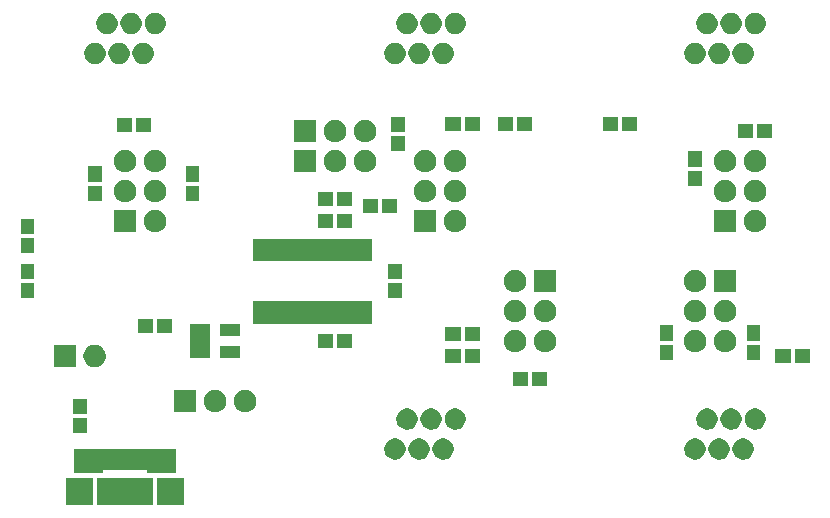
<source format=gbr>
G04 #@! TF.FileFunction,Soldermask,Top*
%FSLAX46Y46*%
G04 Gerber Fmt 4.6, Leading zero omitted, Abs format (unit mm)*
G04 Created by KiCad (PCBNEW 4.0.4-stable) date 01/17/17 23:29:47*
%MOMM*%
%LPD*%
G01*
G04 APERTURE LIST*
%ADD10C,0.150000*%
G04 APERTURE END LIST*
D10*
G36*
X10000000Y-46870000D02*
X7700000Y-46870000D01*
X7700000Y-44570000D01*
X10000000Y-44570000D01*
X10000000Y-46870000D01*
X10000000Y-46870000D01*
G37*
G36*
X15050000Y-46870000D02*
X10350000Y-46870000D01*
X10350000Y-44570000D01*
X15050000Y-44570000D01*
X15050000Y-46870000D01*
X15050000Y-46870000D01*
G37*
G36*
X17700000Y-46870000D02*
X15400000Y-46870000D01*
X15400000Y-44570000D01*
X17700000Y-44570000D01*
X17700000Y-46870000D01*
X17700000Y-46870000D01*
G37*
G36*
X17050000Y-44170000D02*
X14550000Y-44170000D01*
X14550000Y-44020000D01*
X14546041Y-43992141D01*
X14534477Y-43966487D01*
X14516224Y-43945071D01*
X14492728Y-43929588D01*
X14465848Y-43921264D01*
X14450000Y-43920000D01*
X10950000Y-43920000D01*
X10922141Y-43923959D01*
X10896487Y-43935523D01*
X10875071Y-43953776D01*
X10859588Y-43977272D01*
X10851264Y-44004152D01*
X10850000Y-44020000D01*
X10850000Y-44170000D01*
X8350000Y-44170000D01*
X8350000Y-42170000D01*
X17050000Y-42170000D01*
X17050000Y-44170000D01*
X17050000Y-44170000D01*
G37*
G36*
X39724531Y-41250596D02*
X39897429Y-41286086D01*
X40060135Y-41354481D01*
X40206462Y-41453180D01*
X40330828Y-41578417D01*
X40428500Y-41725427D01*
X40495761Y-41888612D01*
X40529906Y-42061061D01*
X40529906Y-42061077D01*
X40530039Y-42061750D01*
X40527224Y-42263346D01*
X40527073Y-42264009D01*
X40527073Y-42264033D01*
X40488125Y-42435462D01*
X40416337Y-42596698D01*
X40314594Y-42740929D01*
X40186779Y-42862645D01*
X40037754Y-42957219D01*
X39873204Y-43021044D01*
X39699380Y-43051694D01*
X39522919Y-43047997D01*
X39350538Y-43010098D01*
X39188800Y-42939436D01*
X39043868Y-42838705D01*
X38921260Y-42711742D01*
X38825648Y-42563380D01*
X38760674Y-42399274D01*
X38728812Y-42225674D01*
X38731276Y-42049195D01*
X38767973Y-41876550D01*
X38837505Y-41714319D01*
X38937222Y-41568688D01*
X39063325Y-41445198D01*
X39211012Y-41348554D01*
X39374659Y-41282436D01*
X39548035Y-41249363D01*
X39724531Y-41250596D01*
X39724531Y-41250596D01*
G37*
G36*
X35644531Y-41250596D02*
X35817429Y-41286086D01*
X35980135Y-41354481D01*
X36126462Y-41453180D01*
X36250828Y-41578417D01*
X36348500Y-41725427D01*
X36415761Y-41888612D01*
X36449906Y-42061061D01*
X36449906Y-42061077D01*
X36450039Y-42061750D01*
X36447224Y-42263346D01*
X36447073Y-42264009D01*
X36447073Y-42264033D01*
X36408125Y-42435462D01*
X36336337Y-42596698D01*
X36234594Y-42740929D01*
X36106779Y-42862645D01*
X35957754Y-42957219D01*
X35793204Y-43021044D01*
X35619380Y-43051694D01*
X35442919Y-43047997D01*
X35270538Y-43010098D01*
X35108800Y-42939436D01*
X34963868Y-42838705D01*
X34841260Y-42711742D01*
X34745648Y-42563380D01*
X34680674Y-42399274D01*
X34648812Y-42225674D01*
X34651276Y-42049195D01*
X34687973Y-41876550D01*
X34757505Y-41714319D01*
X34857222Y-41568688D01*
X34983325Y-41445198D01*
X35131012Y-41348554D01*
X35294659Y-41282436D01*
X35468035Y-41249363D01*
X35644531Y-41250596D01*
X35644531Y-41250596D01*
G37*
G36*
X65124531Y-41250596D02*
X65297429Y-41286086D01*
X65460135Y-41354481D01*
X65606462Y-41453180D01*
X65730828Y-41578417D01*
X65828500Y-41725427D01*
X65895761Y-41888612D01*
X65929906Y-42061061D01*
X65929906Y-42061077D01*
X65930039Y-42061750D01*
X65927224Y-42263346D01*
X65927073Y-42264009D01*
X65927073Y-42264033D01*
X65888125Y-42435462D01*
X65816337Y-42596698D01*
X65714594Y-42740929D01*
X65586779Y-42862645D01*
X65437754Y-42957219D01*
X65273204Y-43021044D01*
X65099380Y-43051694D01*
X64922919Y-43047997D01*
X64750538Y-43010098D01*
X64588800Y-42939436D01*
X64443868Y-42838705D01*
X64321260Y-42711742D01*
X64225648Y-42563380D01*
X64160674Y-42399274D01*
X64128812Y-42225674D01*
X64131276Y-42049195D01*
X64167973Y-41876550D01*
X64237505Y-41714319D01*
X64337222Y-41568688D01*
X64463325Y-41445198D01*
X64611012Y-41348554D01*
X64774659Y-41282436D01*
X64948035Y-41249363D01*
X65124531Y-41250596D01*
X65124531Y-41250596D01*
G37*
G36*
X63084531Y-41250596D02*
X63257429Y-41286086D01*
X63420135Y-41354481D01*
X63566462Y-41453180D01*
X63690828Y-41578417D01*
X63788500Y-41725427D01*
X63855761Y-41888612D01*
X63889906Y-42061061D01*
X63889906Y-42061077D01*
X63890039Y-42061750D01*
X63887224Y-42263346D01*
X63887073Y-42264009D01*
X63887073Y-42264033D01*
X63848125Y-42435462D01*
X63776337Y-42596698D01*
X63674594Y-42740929D01*
X63546779Y-42862645D01*
X63397754Y-42957219D01*
X63233204Y-43021044D01*
X63059380Y-43051694D01*
X62882919Y-43047997D01*
X62710538Y-43010098D01*
X62548800Y-42939436D01*
X62403868Y-42838705D01*
X62281260Y-42711742D01*
X62185648Y-42563380D01*
X62120674Y-42399274D01*
X62088812Y-42225674D01*
X62091276Y-42049195D01*
X62127973Y-41876550D01*
X62197505Y-41714319D01*
X62297222Y-41568688D01*
X62423325Y-41445198D01*
X62571012Y-41348554D01*
X62734659Y-41282436D01*
X62908035Y-41249363D01*
X63084531Y-41250596D01*
X63084531Y-41250596D01*
G37*
G36*
X61044531Y-41250596D02*
X61217429Y-41286086D01*
X61380135Y-41354481D01*
X61526462Y-41453180D01*
X61650828Y-41578417D01*
X61748500Y-41725427D01*
X61815761Y-41888612D01*
X61849906Y-42061061D01*
X61849906Y-42061077D01*
X61850039Y-42061750D01*
X61847224Y-42263346D01*
X61847073Y-42264009D01*
X61847073Y-42264033D01*
X61808125Y-42435462D01*
X61736337Y-42596698D01*
X61634594Y-42740929D01*
X61506779Y-42862645D01*
X61357754Y-42957219D01*
X61193204Y-43021044D01*
X61019380Y-43051694D01*
X60842919Y-43047997D01*
X60670538Y-43010098D01*
X60508800Y-42939436D01*
X60363868Y-42838705D01*
X60241260Y-42711742D01*
X60145648Y-42563380D01*
X60080674Y-42399274D01*
X60048812Y-42225674D01*
X60051276Y-42049195D01*
X60087973Y-41876550D01*
X60157505Y-41714319D01*
X60257222Y-41568688D01*
X60383325Y-41445198D01*
X60531012Y-41348554D01*
X60694659Y-41282436D01*
X60868035Y-41249363D01*
X61044531Y-41250596D01*
X61044531Y-41250596D01*
G37*
G36*
X37684531Y-41250596D02*
X37857429Y-41286086D01*
X38020135Y-41354481D01*
X38166462Y-41453180D01*
X38290828Y-41578417D01*
X38388500Y-41725427D01*
X38455761Y-41888612D01*
X38489906Y-42061061D01*
X38489906Y-42061077D01*
X38490039Y-42061750D01*
X38487224Y-42263346D01*
X38487073Y-42264009D01*
X38487073Y-42264033D01*
X38448125Y-42435462D01*
X38376337Y-42596698D01*
X38274594Y-42740929D01*
X38146779Y-42862645D01*
X37997754Y-42957219D01*
X37833204Y-43021044D01*
X37659380Y-43051694D01*
X37482919Y-43047997D01*
X37310538Y-43010098D01*
X37148800Y-42939436D01*
X37003868Y-42838705D01*
X36881260Y-42711742D01*
X36785648Y-42563380D01*
X36720674Y-42399274D01*
X36688812Y-42225674D01*
X36691276Y-42049195D01*
X36727973Y-41876550D01*
X36797505Y-41714319D01*
X36897222Y-41568688D01*
X37023325Y-41445198D01*
X37171012Y-41348554D01*
X37334659Y-41282436D01*
X37508035Y-41249363D01*
X37684531Y-41250596D01*
X37684531Y-41250596D01*
G37*
G36*
X9471000Y-40827300D02*
X8309000Y-40827300D01*
X8309000Y-39538300D01*
X9471000Y-39538300D01*
X9471000Y-40827300D01*
X9471000Y-40827300D01*
G37*
G36*
X36664531Y-38710596D02*
X36837429Y-38746086D01*
X37000135Y-38814481D01*
X37146462Y-38913180D01*
X37270828Y-39038417D01*
X37368500Y-39185427D01*
X37435761Y-39348612D01*
X37469906Y-39521061D01*
X37469906Y-39521077D01*
X37470039Y-39521750D01*
X37467224Y-39723346D01*
X37467073Y-39724009D01*
X37467073Y-39724033D01*
X37428125Y-39895462D01*
X37356337Y-40056698D01*
X37254594Y-40200929D01*
X37126779Y-40322645D01*
X36977754Y-40417219D01*
X36813204Y-40481044D01*
X36639380Y-40511694D01*
X36462919Y-40507997D01*
X36290538Y-40470098D01*
X36128800Y-40399436D01*
X35983868Y-40298705D01*
X35861260Y-40171742D01*
X35765648Y-40023380D01*
X35700674Y-39859274D01*
X35668812Y-39685674D01*
X35671276Y-39509195D01*
X35707973Y-39336550D01*
X35777505Y-39174319D01*
X35877222Y-39028688D01*
X36003325Y-38905198D01*
X36151012Y-38808554D01*
X36314659Y-38742436D01*
X36488035Y-38709363D01*
X36664531Y-38710596D01*
X36664531Y-38710596D01*
G37*
G36*
X38704531Y-38710596D02*
X38877429Y-38746086D01*
X39040135Y-38814481D01*
X39186462Y-38913180D01*
X39310828Y-39038417D01*
X39408500Y-39185427D01*
X39475761Y-39348612D01*
X39509906Y-39521061D01*
X39509906Y-39521077D01*
X39510039Y-39521750D01*
X39507224Y-39723346D01*
X39507073Y-39724009D01*
X39507073Y-39724033D01*
X39468125Y-39895462D01*
X39396337Y-40056698D01*
X39294594Y-40200929D01*
X39166779Y-40322645D01*
X39017754Y-40417219D01*
X38853204Y-40481044D01*
X38679380Y-40511694D01*
X38502919Y-40507997D01*
X38330538Y-40470098D01*
X38168800Y-40399436D01*
X38023868Y-40298705D01*
X37901260Y-40171742D01*
X37805648Y-40023380D01*
X37740674Y-39859274D01*
X37708812Y-39685674D01*
X37711276Y-39509195D01*
X37747973Y-39336550D01*
X37817505Y-39174319D01*
X37917222Y-39028688D01*
X38043325Y-38905198D01*
X38191012Y-38808554D01*
X38354659Y-38742436D01*
X38528035Y-38709363D01*
X38704531Y-38710596D01*
X38704531Y-38710596D01*
G37*
G36*
X40744531Y-38710596D02*
X40917429Y-38746086D01*
X41080135Y-38814481D01*
X41226462Y-38913180D01*
X41350828Y-39038417D01*
X41448500Y-39185427D01*
X41515761Y-39348612D01*
X41549906Y-39521061D01*
X41549906Y-39521077D01*
X41550039Y-39521750D01*
X41547224Y-39723346D01*
X41547073Y-39724009D01*
X41547073Y-39724033D01*
X41508125Y-39895462D01*
X41436337Y-40056698D01*
X41334594Y-40200929D01*
X41206779Y-40322645D01*
X41057754Y-40417219D01*
X40893204Y-40481044D01*
X40719380Y-40511694D01*
X40542919Y-40507997D01*
X40370538Y-40470098D01*
X40208800Y-40399436D01*
X40063868Y-40298705D01*
X39941260Y-40171742D01*
X39845648Y-40023380D01*
X39780674Y-39859274D01*
X39748812Y-39685674D01*
X39751276Y-39509195D01*
X39787973Y-39336550D01*
X39857505Y-39174319D01*
X39957222Y-39028688D01*
X40083325Y-38905198D01*
X40231012Y-38808554D01*
X40394659Y-38742436D01*
X40568035Y-38709363D01*
X40744531Y-38710596D01*
X40744531Y-38710596D01*
G37*
G36*
X62064531Y-38710596D02*
X62237429Y-38746086D01*
X62400135Y-38814481D01*
X62546462Y-38913180D01*
X62670828Y-39038417D01*
X62768500Y-39185427D01*
X62835761Y-39348612D01*
X62869906Y-39521061D01*
X62869906Y-39521077D01*
X62870039Y-39521750D01*
X62867224Y-39723346D01*
X62867073Y-39724009D01*
X62867073Y-39724033D01*
X62828125Y-39895462D01*
X62756337Y-40056698D01*
X62654594Y-40200929D01*
X62526779Y-40322645D01*
X62377754Y-40417219D01*
X62213204Y-40481044D01*
X62039380Y-40511694D01*
X61862919Y-40507997D01*
X61690538Y-40470098D01*
X61528800Y-40399436D01*
X61383868Y-40298705D01*
X61261260Y-40171742D01*
X61165648Y-40023380D01*
X61100674Y-39859274D01*
X61068812Y-39685674D01*
X61071276Y-39509195D01*
X61107973Y-39336550D01*
X61177505Y-39174319D01*
X61277222Y-39028688D01*
X61403325Y-38905198D01*
X61551012Y-38808554D01*
X61714659Y-38742436D01*
X61888035Y-38709363D01*
X62064531Y-38710596D01*
X62064531Y-38710596D01*
G37*
G36*
X64104531Y-38710596D02*
X64277429Y-38746086D01*
X64440135Y-38814481D01*
X64586462Y-38913180D01*
X64710828Y-39038417D01*
X64808500Y-39185427D01*
X64875761Y-39348612D01*
X64909906Y-39521061D01*
X64909906Y-39521077D01*
X64910039Y-39521750D01*
X64907224Y-39723346D01*
X64907073Y-39724009D01*
X64907073Y-39724033D01*
X64868125Y-39895462D01*
X64796337Y-40056698D01*
X64694594Y-40200929D01*
X64566779Y-40322645D01*
X64417754Y-40417219D01*
X64253204Y-40481044D01*
X64079380Y-40511694D01*
X63902919Y-40507997D01*
X63730538Y-40470098D01*
X63568800Y-40399436D01*
X63423868Y-40298705D01*
X63301260Y-40171742D01*
X63205648Y-40023380D01*
X63140674Y-39859274D01*
X63108812Y-39685674D01*
X63111276Y-39509195D01*
X63147973Y-39336550D01*
X63217505Y-39174319D01*
X63317222Y-39028688D01*
X63443325Y-38905198D01*
X63591012Y-38808554D01*
X63754659Y-38742436D01*
X63928035Y-38709363D01*
X64104531Y-38710596D01*
X64104531Y-38710596D01*
G37*
G36*
X66144531Y-38710596D02*
X66317429Y-38746086D01*
X66480135Y-38814481D01*
X66626462Y-38913180D01*
X66750828Y-39038417D01*
X66848500Y-39185427D01*
X66915761Y-39348612D01*
X66949906Y-39521061D01*
X66949906Y-39521077D01*
X66950039Y-39521750D01*
X66947224Y-39723346D01*
X66947073Y-39724009D01*
X66947073Y-39724033D01*
X66908125Y-39895462D01*
X66836337Y-40056698D01*
X66734594Y-40200929D01*
X66606779Y-40322645D01*
X66457754Y-40417219D01*
X66293204Y-40481044D01*
X66119380Y-40511694D01*
X65942919Y-40507997D01*
X65770538Y-40470098D01*
X65608800Y-40399436D01*
X65463868Y-40298705D01*
X65341260Y-40171742D01*
X65245648Y-40023380D01*
X65180674Y-39859274D01*
X65148812Y-39685674D01*
X65151276Y-39509195D01*
X65187973Y-39336550D01*
X65257505Y-39174319D01*
X65357222Y-39028688D01*
X65483325Y-38905198D01*
X65631012Y-38808554D01*
X65794659Y-38742436D01*
X65968035Y-38709363D01*
X66144531Y-38710596D01*
X66144531Y-38710596D01*
G37*
G36*
X9471000Y-39201700D02*
X8309000Y-39201700D01*
X8309000Y-37912700D01*
X9471000Y-37912700D01*
X9471000Y-39201700D01*
X9471000Y-39201700D01*
G37*
G36*
X22959783Y-37150629D02*
X23142286Y-37188091D01*
X23314031Y-37260286D01*
X23468488Y-37364468D01*
X23599763Y-37496663D01*
X23702862Y-37651839D01*
X23773859Y-37824090D01*
X23809909Y-38006158D01*
X23809909Y-38006180D01*
X23810041Y-38006848D01*
X23807070Y-38219643D01*
X23806918Y-38220311D01*
X23806918Y-38220330D01*
X23765798Y-38401319D01*
X23690020Y-38571521D01*
X23582630Y-38723755D01*
X23447711Y-38852236D01*
X23290408Y-38952064D01*
X23116712Y-39019437D01*
X22933236Y-39051788D01*
X22746970Y-39047886D01*
X22565013Y-39007881D01*
X22394289Y-38933293D01*
X22241305Y-38826967D01*
X22111886Y-38692949D01*
X22010963Y-38536346D01*
X21942377Y-38363121D01*
X21908746Y-38179878D01*
X21911347Y-37993594D01*
X21950083Y-37811358D01*
X22023477Y-37640115D01*
X22128734Y-37486393D01*
X22261843Y-37356042D01*
X22417737Y-37254028D01*
X22590472Y-37184238D01*
X22773481Y-37149327D01*
X22959783Y-37150629D01*
X22959783Y-37150629D01*
G37*
G36*
X20419783Y-37150629D02*
X20602286Y-37188091D01*
X20774031Y-37260286D01*
X20928488Y-37364468D01*
X21059763Y-37496663D01*
X21162862Y-37651839D01*
X21233859Y-37824090D01*
X21269909Y-38006158D01*
X21269909Y-38006180D01*
X21270041Y-38006848D01*
X21267070Y-38219643D01*
X21266918Y-38220311D01*
X21266918Y-38220330D01*
X21225798Y-38401319D01*
X21150020Y-38571521D01*
X21042630Y-38723755D01*
X20907711Y-38852236D01*
X20750408Y-38952064D01*
X20576712Y-39019437D01*
X20393236Y-39051788D01*
X20206970Y-39047886D01*
X20025013Y-39007881D01*
X19854289Y-38933293D01*
X19701305Y-38826967D01*
X19571886Y-38692949D01*
X19470963Y-38536346D01*
X19402377Y-38363121D01*
X19368746Y-38179878D01*
X19371347Y-37993594D01*
X19410083Y-37811358D01*
X19483477Y-37640115D01*
X19588734Y-37486393D01*
X19721843Y-37356042D01*
X19877737Y-37254028D01*
X20050472Y-37184238D01*
X20233481Y-37149327D01*
X20419783Y-37150629D01*
X20419783Y-37150629D01*
G37*
G36*
X18730000Y-39050000D02*
X16830000Y-39050000D01*
X16830000Y-37150000D01*
X18730000Y-37150000D01*
X18730000Y-39050000D01*
X18730000Y-39050000D01*
G37*
G36*
X48447300Y-36776000D02*
X47158300Y-36776000D01*
X47158300Y-35614000D01*
X48447300Y-35614000D01*
X48447300Y-36776000D01*
X48447300Y-36776000D01*
G37*
G36*
X46821700Y-36776000D02*
X45532700Y-36776000D01*
X45532700Y-35614000D01*
X46821700Y-35614000D01*
X46821700Y-36776000D01*
X46821700Y-36776000D01*
G37*
G36*
X10219783Y-33340629D02*
X10402286Y-33378091D01*
X10574031Y-33450286D01*
X10728488Y-33554468D01*
X10859763Y-33686663D01*
X10962862Y-33841839D01*
X11033859Y-34014090D01*
X11069909Y-34196158D01*
X11069909Y-34196180D01*
X11070041Y-34196848D01*
X11067070Y-34409643D01*
X11066918Y-34410311D01*
X11066918Y-34410330D01*
X11025798Y-34591319D01*
X10950020Y-34761521D01*
X10842630Y-34913755D01*
X10707711Y-35042236D01*
X10550408Y-35142064D01*
X10376712Y-35209437D01*
X10193236Y-35241788D01*
X10006970Y-35237886D01*
X9825013Y-35197881D01*
X9654289Y-35123293D01*
X9501305Y-35016967D01*
X9371886Y-34882949D01*
X9270963Y-34726346D01*
X9202377Y-34553121D01*
X9168746Y-34369878D01*
X9171347Y-34183594D01*
X9210083Y-34001358D01*
X9283477Y-33830115D01*
X9388734Y-33676393D01*
X9521843Y-33546042D01*
X9677737Y-33444028D01*
X9850472Y-33374238D01*
X10033481Y-33339327D01*
X10219783Y-33340629D01*
X10219783Y-33340629D01*
G37*
G36*
X8570000Y-35240000D02*
X6670000Y-35240000D01*
X6670000Y-33340000D01*
X8570000Y-33340000D01*
X8570000Y-35240000D01*
X8570000Y-35240000D01*
G37*
G36*
X69046700Y-34871000D02*
X67757700Y-34871000D01*
X67757700Y-33709000D01*
X69046700Y-33709000D01*
X69046700Y-34871000D01*
X69046700Y-34871000D01*
G37*
G36*
X70672300Y-34871000D02*
X69383300Y-34871000D01*
X69383300Y-33709000D01*
X70672300Y-33709000D01*
X70672300Y-34871000D01*
X70672300Y-34871000D01*
G37*
G36*
X42732300Y-34871000D02*
X41443300Y-34871000D01*
X41443300Y-33709000D01*
X42732300Y-33709000D01*
X42732300Y-34871000D01*
X42732300Y-34871000D01*
G37*
G36*
X41106700Y-34871000D02*
X39817700Y-34871000D01*
X39817700Y-33709000D01*
X41106700Y-33709000D01*
X41106700Y-34871000D01*
X41106700Y-34871000D01*
G37*
G36*
X66494000Y-34604300D02*
X65332000Y-34604300D01*
X65332000Y-33315300D01*
X66494000Y-33315300D01*
X66494000Y-34604300D01*
X66494000Y-34604300D01*
G37*
G36*
X59128000Y-34604300D02*
X57966000Y-34604300D01*
X57966000Y-33315300D01*
X59128000Y-33315300D01*
X59128000Y-34604300D01*
X59128000Y-34604300D01*
G37*
G36*
X19920000Y-34470000D02*
X18220000Y-34470000D01*
X18220000Y-31570000D01*
X19920000Y-31570000D01*
X19920000Y-34470000D01*
X19920000Y-34470000D01*
G37*
G36*
X22420000Y-34470000D02*
X20720000Y-34470000D01*
X20720000Y-33470000D01*
X22420000Y-33470000D01*
X22420000Y-34470000D01*
X22420000Y-34470000D01*
G37*
G36*
X63599783Y-32070629D02*
X63782286Y-32108091D01*
X63954031Y-32180286D01*
X64108488Y-32284468D01*
X64239763Y-32416663D01*
X64342862Y-32571839D01*
X64413859Y-32744090D01*
X64449909Y-32926158D01*
X64449909Y-32926180D01*
X64450041Y-32926848D01*
X64447070Y-33139643D01*
X64446918Y-33140311D01*
X64446918Y-33140330D01*
X64405798Y-33321319D01*
X64330020Y-33491521D01*
X64222630Y-33643755D01*
X64087711Y-33772236D01*
X63930408Y-33872064D01*
X63756712Y-33939437D01*
X63573236Y-33971788D01*
X63386970Y-33967886D01*
X63205013Y-33927881D01*
X63034289Y-33853293D01*
X62881305Y-33746967D01*
X62751886Y-33612949D01*
X62650963Y-33456346D01*
X62582377Y-33283121D01*
X62548746Y-33099878D01*
X62551347Y-32913594D01*
X62590083Y-32731358D01*
X62663477Y-32560115D01*
X62768734Y-32406393D01*
X62901843Y-32276042D01*
X63057737Y-32174028D01*
X63230472Y-32104238D01*
X63413481Y-32069327D01*
X63599783Y-32070629D01*
X63599783Y-32070629D01*
G37*
G36*
X61059783Y-32070629D02*
X61242286Y-32108091D01*
X61414031Y-32180286D01*
X61568488Y-32284468D01*
X61699763Y-32416663D01*
X61802862Y-32571839D01*
X61873859Y-32744090D01*
X61909909Y-32926158D01*
X61909909Y-32926180D01*
X61910041Y-32926848D01*
X61907070Y-33139643D01*
X61906918Y-33140311D01*
X61906918Y-33140330D01*
X61865798Y-33321319D01*
X61790020Y-33491521D01*
X61682630Y-33643755D01*
X61547711Y-33772236D01*
X61390408Y-33872064D01*
X61216712Y-33939437D01*
X61033236Y-33971788D01*
X60846970Y-33967886D01*
X60665013Y-33927881D01*
X60494289Y-33853293D01*
X60341305Y-33746967D01*
X60211886Y-33612949D01*
X60110963Y-33456346D01*
X60042377Y-33283121D01*
X60008746Y-33099878D01*
X60011347Y-32913594D01*
X60050083Y-32731358D01*
X60123477Y-32560115D01*
X60228734Y-32406393D01*
X60361843Y-32276042D01*
X60517737Y-32174028D01*
X60690472Y-32104238D01*
X60873481Y-32069327D01*
X61059783Y-32070629D01*
X61059783Y-32070629D01*
G37*
G36*
X48359783Y-32070629D02*
X48542286Y-32108091D01*
X48714031Y-32180286D01*
X48868488Y-32284468D01*
X48999763Y-32416663D01*
X49102862Y-32571839D01*
X49173859Y-32744090D01*
X49209909Y-32926158D01*
X49209909Y-32926180D01*
X49210041Y-32926848D01*
X49207070Y-33139643D01*
X49206918Y-33140311D01*
X49206918Y-33140330D01*
X49165798Y-33321319D01*
X49090020Y-33491521D01*
X48982630Y-33643755D01*
X48847711Y-33772236D01*
X48690408Y-33872064D01*
X48516712Y-33939437D01*
X48333236Y-33971788D01*
X48146970Y-33967886D01*
X47965013Y-33927881D01*
X47794289Y-33853293D01*
X47641305Y-33746967D01*
X47511886Y-33612949D01*
X47410963Y-33456346D01*
X47342377Y-33283121D01*
X47308746Y-33099878D01*
X47311347Y-32913594D01*
X47350083Y-32731358D01*
X47423477Y-32560115D01*
X47528734Y-32406393D01*
X47661843Y-32276042D01*
X47817737Y-32174028D01*
X47990472Y-32104238D01*
X48173481Y-32069327D01*
X48359783Y-32070629D01*
X48359783Y-32070629D01*
G37*
G36*
X45819783Y-32070629D02*
X46002286Y-32108091D01*
X46174031Y-32180286D01*
X46328488Y-32284468D01*
X46459763Y-32416663D01*
X46562862Y-32571839D01*
X46633859Y-32744090D01*
X46669909Y-32926158D01*
X46669909Y-32926180D01*
X46670041Y-32926848D01*
X46667070Y-33139643D01*
X46666918Y-33140311D01*
X46666918Y-33140330D01*
X46625798Y-33321319D01*
X46550020Y-33491521D01*
X46442630Y-33643755D01*
X46307711Y-33772236D01*
X46150408Y-33872064D01*
X45976712Y-33939437D01*
X45793236Y-33971788D01*
X45606970Y-33967886D01*
X45425013Y-33927881D01*
X45254289Y-33853293D01*
X45101305Y-33746967D01*
X44971886Y-33612949D01*
X44870963Y-33456346D01*
X44802377Y-33283121D01*
X44768746Y-33099878D01*
X44771347Y-32913594D01*
X44810083Y-32731358D01*
X44883477Y-32560115D01*
X44988734Y-32406393D01*
X45121843Y-32276042D01*
X45277737Y-32174028D01*
X45450472Y-32104238D01*
X45633481Y-32069327D01*
X45819783Y-32070629D01*
X45819783Y-32070629D01*
G37*
G36*
X30311700Y-33601000D02*
X29022700Y-33601000D01*
X29022700Y-32439000D01*
X30311700Y-32439000D01*
X30311700Y-33601000D01*
X30311700Y-33601000D01*
G37*
G36*
X31937300Y-33601000D02*
X30648300Y-33601000D01*
X30648300Y-32439000D01*
X31937300Y-32439000D01*
X31937300Y-33601000D01*
X31937300Y-33601000D01*
G37*
G36*
X59128000Y-32978700D02*
X57966000Y-32978700D01*
X57966000Y-31689700D01*
X59128000Y-31689700D01*
X59128000Y-32978700D01*
X59128000Y-32978700D01*
G37*
G36*
X66494000Y-32978700D02*
X65332000Y-32978700D01*
X65332000Y-31689700D01*
X66494000Y-31689700D01*
X66494000Y-32978700D01*
X66494000Y-32978700D01*
G37*
G36*
X42732300Y-32966000D02*
X41443300Y-32966000D01*
X41443300Y-31804000D01*
X42732300Y-31804000D01*
X42732300Y-32966000D01*
X42732300Y-32966000D01*
G37*
G36*
X41106700Y-32966000D02*
X39817700Y-32966000D01*
X39817700Y-31804000D01*
X41106700Y-31804000D01*
X41106700Y-32966000D01*
X41106700Y-32966000D01*
G37*
G36*
X22420000Y-32570000D02*
X20720000Y-32570000D01*
X20720000Y-31570000D01*
X22420000Y-31570000D01*
X22420000Y-32570000D01*
X22420000Y-32570000D01*
G37*
G36*
X15071700Y-32331000D02*
X13782700Y-32331000D01*
X13782700Y-31169000D01*
X15071700Y-31169000D01*
X15071700Y-32331000D01*
X15071700Y-32331000D01*
G37*
G36*
X16697300Y-32331000D02*
X15408300Y-32331000D01*
X15408300Y-31169000D01*
X16697300Y-31169000D01*
X16697300Y-32331000D01*
X16697300Y-32331000D01*
G37*
G36*
X33620000Y-31540000D02*
X23530000Y-31540000D01*
X23530000Y-29640000D01*
X33620000Y-29640000D01*
X33620000Y-31540000D01*
X33620000Y-31540000D01*
G37*
G36*
X61059783Y-29530629D02*
X61242286Y-29568091D01*
X61414031Y-29640286D01*
X61568488Y-29744468D01*
X61699763Y-29876663D01*
X61802862Y-30031839D01*
X61873859Y-30204090D01*
X61909909Y-30386158D01*
X61909909Y-30386180D01*
X61910041Y-30386848D01*
X61907070Y-30599643D01*
X61906918Y-30600311D01*
X61906918Y-30600330D01*
X61865798Y-30781319D01*
X61790020Y-30951521D01*
X61682630Y-31103755D01*
X61547711Y-31232236D01*
X61390408Y-31332064D01*
X61216712Y-31399437D01*
X61033236Y-31431788D01*
X60846970Y-31427886D01*
X60665013Y-31387881D01*
X60494289Y-31313293D01*
X60341305Y-31206967D01*
X60211886Y-31072949D01*
X60110963Y-30916346D01*
X60042377Y-30743121D01*
X60008746Y-30559878D01*
X60011347Y-30373594D01*
X60050083Y-30191358D01*
X60123477Y-30020115D01*
X60228734Y-29866393D01*
X60361843Y-29736042D01*
X60517737Y-29634028D01*
X60690472Y-29564238D01*
X60873481Y-29529327D01*
X61059783Y-29530629D01*
X61059783Y-29530629D01*
G37*
G36*
X48359783Y-29530629D02*
X48542286Y-29568091D01*
X48714031Y-29640286D01*
X48868488Y-29744468D01*
X48999763Y-29876663D01*
X49102862Y-30031839D01*
X49173859Y-30204090D01*
X49209909Y-30386158D01*
X49209909Y-30386180D01*
X49210041Y-30386848D01*
X49207070Y-30599643D01*
X49206918Y-30600311D01*
X49206918Y-30600330D01*
X49165798Y-30781319D01*
X49090020Y-30951521D01*
X48982630Y-31103755D01*
X48847711Y-31232236D01*
X48690408Y-31332064D01*
X48516712Y-31399437D01*
X48333236Y-31431788D01*
X48146970Y-31427886D01*
X47965013Y-31387881D01*
X47794289Y-31313293D01*
X47641305Y-31206967D01*
X47511886Y-31072949D01*
X47410963Y-30916346D01*
X47342377Y-30743121D01*
X47308746Y-30559878D01*
X47311347Y-30373594D01*
X47350083Y-30191358D01*
X47423477Y-30020115D01*
X47528734Y-29866393D01*
X47661843Y-29736042D01*
X47817737Y-29634028D01*
X47990472Y-29564238D01*
X48173481Y-29529327D01*
X48359783Y-29530629D01*
X48359783Y-29530629D01*
G37*
G36*
X63599783Y-29530629D02*
X63782286Y-29568091D01*
X63954031Y-29640286D01*
X64108488Y-29744468D01*
X64239763Y-29876663D01*
X64342862Y-30031839D01*
X64413859Y-30204090D01*
X64449909Y-30386158D01*
X64449909Y-30386180D01*
X64450041Y-30386848D01*
X64447070Y-30599643D01*
X64446918Y-30600311D01*
X64446918Y-30600330D01*
X64405798Y-30781319D01*
X64330020Y-30951521D01*
X64222630Y-31103755D01*
X64087711Y-31232236D01*
X63930408Y-31332064D01*
X63756712Y-31399437D01*
X63573236Y-31431788D01*
X63386970Y-31427886D01*
X63205013Y-31387881D01*
X63034289Y-31313293D01*
X62881305Y-31206967D01*
X62751886Y-31072949D01*
X62650963Y-30916346D01*
X62582377Y-30743121D01*
X62548746Y-30559878D01*
X62551347Y-30373594D01*
X62590083Y-30191358D01*
X62663477Y-30020115D01*
X62768734Y-29866393D01*
X62901843Y-29736042D01*
X63057737Y-29634028D01*
X63230472Y-29564238D01*
X63413481Y-29529327D01*
X63599783Y-29530629D01*
X63599783Y-29530629D01*
G37*
G36*
X45819783Y-29530629D02*
X46002286Y-29568091D01*
X46174031Y-29640286D01*
X46328488Y-29744468D01*
X46459763Y-29876663D01*
X46562862Y-30031839D01*
X46633859Y-30204090D01*
X46669909Y-30386158D01*
X46669909Y-30386180D01*
X46670041Y-30386848D01*
X46667070Y-30599643D01*
X46666918Y-30600311D01*
X46666918Y-30600330D01*
X46625798Y-30781319D01*
X46550020Y-30951521D01*
X46442630Y-31103755D01*
X46307711Y-31232236D01*
X46150408Y-31332064D01*
X45976712Y-31399437D01*
X45793236Y-31431788D01*
X45606970Y-31427886D01*
X45425013Y-31387881D01*
X45254289Y-31313293D01*
X45101305Y-31206967D01*
X44971886Y-31072949D01*
X44870963Y-30916346D01*
X44802377Y-30743121D01*
X44768746Y-30559878D01*
X44771347Y-30373594D01*
X44810083Y-30191358D01*
X44883477Y-30020115D01*
X44988734Y-29866393D01*
X45121843Y-29736042D01*
X45277737Y-29634028D01*
X45450472Y-29564238D01*
X45633481Y-29529327D01*
X45819783Y-29530629D01*
X45819783Y-29530629D01*
G37*
G36*
X5026000Y-29397300D02*
X3864000Y-29397300D01*
X3864000Y-28108300D01*
X5026000Y-28108300D01*
X5026000Y-29397300D01*
X5026000Y-29397300D01*
G37*
G36*
X36141000Y-29397300D02*
X34979000Y-29397300D01*
X34979000Y-28108300D01*
X36141000Y-28108300D01*
X36141000Y-29397300D01*
X36141000Y-29397300D01*
G37*
G36*
X45819783Y-26990629D02*
X46002286Y-27028091D01*
X46174031Y-27100286D01*
X46328488Y-27204468D01*
X46459763Y-27336663D01*
X46562862Y-27491839D01*
X46633859Y-27664090D01*
X46669909Y-27846158D01*
X46669909Y-27846180D01*
X46670041Y-27846848D01*
X46667070Y-28059643D01*
X46666918Y-28060311D01*
X46666918Y-28060330D01*
X46625798Y-28241319D01*
X46550020Y-28411521D01*
X46442630Y-28563755D01*
X46307711Y-28692236D01*
X46150408Y-28792064D01*
X45976712Y-28859437D01*
X45793236Y-28891788D01*
X45606970Y-28887886D01*
X45425013Y-28847881D01*
X45254289Y-28773293D01*
X45101305Y-28666967D01*
X44971886Y-28532949D01*
X44870963Y-28376346D01*
X44802377Y-28203121D01*
X44768746Y-28019878D01*
X44771347Y-27833594D01*
X44810083Y-27651358D01*
X44883477Y-27480115D01*
X44988734Y-27326393D01*
X45121843Y-27196042D01*
X45277737Y-27094028D01*
X45450472Y-27024238D01*
X45633481Y-26989327D01*
X45819783Y-26990629D01*
X45819783Y-26990629D01*
G37*
G36*
X61059783Y-26990629D02*
X61242286Y-27028091D01*
X61414031Y-27100286D01*
X61568488Y-27204468D01*
X61699763Y-27336663D01*
X61802862Y-27491839D01*
X61873859Y-27664090D01*
X61909909Y-27846158D01*
X61909909Y-27846180D01*
X61910041Y-27846848D01*
X61907070Y-28059643D01*
X61906918Y-28060311D01*
X61906918Y-28060330D01*
X61865798Y-28241319D01*
X61790020Y-28411521D01*
X61682630Y-28563755D01*
X61547711Y-28692236D01*
X61390408Y-28792064D01*
X61216712Y-28859437D01*
X61033236Y-28891788D01*
X60846970Y-28887886D01*
X60665013Y-28847881D01*
X60494289Y-28773293D01*
X60341305Y-28666967D01*
X60211886Y-28532949D01*
X60110963Y-28376346D01*
X60042377Y-28203121D01*
X60008746Y-28019878D01*
X60011347Y-27833594D01*
X60050083Y-27651358D01*
X60123477Y-27480115D01*
X60228734Y-27326393D01*
X60361843Y-27196042D01*
X60517737Y-27094028D01*
X60690472Y-27024238D01*
X60873481Y-26989327D01*
X61059783Y-26990629D01*
X61059783Y-26990629D01*
G37*
G36*
X49210000Y-28890000D02*
X47310000Y-28890000D01*
X47310000Y-26990000D01*
X49210000Y-26990000D01*
X49210000Y-28890000D01*
X49210000Y-28890000D01*
G37*
G36*
X64450000Y-28890000D02*
X62550000Y-28890000D01*
X62550000Y-26990000D01*
X64450000Y-26990000D01*
X64450000Y-28890000D01*
X64450000Y-28890000D01*
G37*
G36*
X36141000Y-27771700D02*
X34979000Y-27771700D01*
X34979000Y-26482700D01*
X36141000Y-26482700D01*
X36141000Y-27771700D01*
X36141000Y-27771700D01*
G37*
G36*
X5026000Y-27771700D02*
X3864000Y-27771700D01*
X3864000Y-26482700D01*
X5026000Y-26482700D01*
X5026000Y-27771700D01*
X5026000Y-27771700D01*
G37*
G36*
X33620000Y-26240000D02*
X23530000Y-26240000D01*
X23530000Y-24340000D01*
X33620000Y-24340000D01*
X33620000Y-26240000D01*
X33620000Y-26240000D01*
G37*
G36*
X5026000Y-25587300D02*
X3864000Y-25587300D01*
X3864000Y-24298300D01*
X5026000Y-24298300D01*
X5026000Y-25587300D01*
X5026000Y-25587300D01*
G37*
G36*
X5026000Y-23961700D02*
X3864000Y-23961700D01*
X3864000Y-22672700D01*
X5026000Y-22672700D01*
X5026000Y-23961700D01*
X5026000Y-23961700D01*
G37*
G36*
X15339783Y-21910629D02*
X15522286Y-21948091D01*
X15694031Y-22020286D01*
X15848488Y-22124468D01*
X15979763Y-22256663D01*
X16082862Y-22411839D01*
X16153859Y-22584090D01*
X16189909Y-22766158D01*
X16189909Y-22766180D01*
X16190041Y-22766848D01*
X16187070Y-22979643D01*
X16186918Y-22980311D01*
X16186918Y-22980330D01*
X16145798Y-23161319D01*
X16070020Y-23331521D01*
X15962630Y-23483755D01*
X15827711Y-23612236D01*
X15670408Y-23712064D01*
X15496712Y-23779437D01*
X15313236Y-23811788D01*
X15126970Y-23807886D01*
X14945013Y-23767881D01*
X14774289Y-23693293D01*
X14621305Y-23586967D01*
X14491886Y-23452949D01*
X14390963Y-23296346D01*
X14322377Y-23123121D01*
X14288746Y-22939878D01*
X14291347Y-22753594D01*
X14330083Y-22571358D01*
X14403477Y-22400115D01*
X14508734Y-22246393D01*
X14641843Y-22116042D01*
X14797737Y-22014028D01*
X14970472Y-21944238D01*
X15153481Y-21909327D01*
X15339783Y-21910629D01*
X15339783Y-21910629D01*
G37*
G36*
X40739783Y-21910629D02*
X40922286Y-21948091D01*
X41094031Y-22020286D01*
X41248488Y-22124468D01*
X41379763Y-22256663D01*
X41482862Y-22411839D01*
X41553859Y-22584090D01*
X41589909Y-22766158D01*
X41589909Y-22766180D01*
X41590041Y-22766848D01*
X41587070Y-22979643D01*
X41586918Y-22980311D01*
X41586918Y-22980330D01*
X41545798Y-23161319D01*
X41470020Y-23331521D01*
X41362630Y-23483755D01*
X41227711Y-23612236D01*
X41070408Y-23712064D01*
X40896712Y-23779437D01*
X40713236Y-23811788D01*
X40526970Y-23807886D01*
X40345013Y-23767881D01*
X40174289Y-23693293D01*
X40021305Y-23586967D01*
X39891886Y-23452949D01*
X39790963Y-23296346D01*
X39722377Y-23123121D01*
X39688746Y-22939878D01*
X39691347Y-22753594D01*
X39730083Y-22571358D01*
X39803477Y-22400115D01*
X39908734Y-22246393D01*
X40041843Y-22116042D01*
X40197737Y-22014028D01*
X40370472Y-21944238D01*
X40553481Y-21909327D01*
X40739783Y-21910629D01*
X40739783Y-21910629D01*
G37*
G36*
X66139783Y-21910629D02*
X66322286Y-21948091D01*
X66494031Y-22020286D01*
X66648488Y-22124468D01*
X66779763Y-22256663D01*
X66882862Y-22411839D01*
X66953859Y-22584090D01*
X66989909Y-22766158D01*
X66989909Y-22766180D01*
X66990041Y-22766848D01*
X66987070Y-22979643D01*
X66986918Y-22980311D01*
X66986918Y-22980330D01*
X66945798Y-23161319D01*
X66870020Y-23331521D01*
X66762630Y-23483755D01*
X66627711Y-23612236D01*
X66470408Y-23712064D01*
X66296712Y-23779437D01*
X66113236Y-23811788D01*
X65926970Y-23807886D01*
X65745013Y-23767881D01*
X65574289Y-23693293D01*
X65421305Y-23586967D01*
X65291886Y-23452949D01*
X65190963Y-23296346D01*
X65122377Y-23123121D01*
X65088746Y-22939878D01*
X65091347Y-22753594D01*
X65130083Y-22571358D01*
X65203477Y-22400115D01*
X65308734Y-22246393D01*
X65441843Y-22116042D01*
X65597737Y-22014028D01*
X65770472Y-21944238D01*
X65953481Y-21909327D01*
X66139783Y-21910629D01*
X66139783Y-21910629D01*
G37*
G36*
X64450000Y-23810000D02*
X62550000Y-23810000D01*
X62550000Y-21910000D01*
X64450000Y-21910000D01*
X64450000Y-23810000D01*
X64450000Y-23810000D01*
G37*
G36*
X39050000Y-23810000D02*
X37150000Y-23810000D01*
X37150000Y-21910000D01*
X39050000Y-21910000D01*
X39050000Y-23810000D01*
X39050000Y-23810000D01*
G37*
G36*
X13650000Y-23810000D02*
X11750000Y-23810000D01*
X11750000Y-21910000D01*
X13650000Y-21910000D01*
X13650000Y-23810000D01*
X13650000Y-23810000D01*
G37*
G36*
X31937300Y-23441000D02*
X30648300Y-23441000D01*
X30648300Y-22279000D01*
X31937300Y-22279000D01*
X31937300Y-23441000D01*
X31937300Y-23441000D01*
G37*
G36*
X30311700Y-23441000D02*
X29022700Y-23441000D01*
X29022700Y-22279000D01*
X30311700Y-22279000D01*
X30311700Y-23441000D01*
X30311700Y-23441000D01*
G37*
G36*
X34121700Y-22171000D02*
X32832700Y-22171000D01*
X32832700Y-21009000D01*
X34121700Y-21009000D01*
X34121700Y-22171000D01*
X34121700Y-22171000D01*
G37*
G36*
X35747300Y-22171000D02*
X34458300Y-22171000D01*
X34458300Y-21009000D01*
X35747300Y-21009000D01*
X35747300Y-22171000D01*
X35747300Y-22171000D01*
G37*
G36*
X30311700Y-21536000D02*
X29022700Y-21536000D01*
X29022700Y-20374000D01*
X30311700Y-20374000D01*
X30311700Y-21536000D01*
X30311700Y-21536000D01*
G37*
G36*
X31937300Y-21536000D02*
X30648300Y-21536000D01*
X30648300Y-20374000D01*
X31937300Y-20374000D01*
X31937300Y-21536000D01*
X31937300Y-21536000D01*
G37*
G36*
X40739783Y-19370629D02*
X40922286Y-19408091D01*
X41094031Y-19480286D01*
X41248488Y-19584468D01*
X41379763Y-19716663D01*
X41482862Y-19871839D01*
X41553859Y-20044090D01*
X41589909Y-20226158D01*
X41589909Y-20226180D01*
X41590041Y-20226848D01*
X41587070Y-20439643D01*
X41586918Y-20440311D01*
X41586918Y-20440330D01*
X41545798Y-20621319D01*
X41470020Y-20791521D01*
X41362630Y-20943755D01*
X41227711Y-21072236D01*
X41070408Y-21172064D01*
X40896712Y-21239437D01*
X40713236Y-21271788D01*
X40526970Y-21267886D01*
X40345013Y-21227881D01*
X40174289Y-21153293D01*
X40021305Y-21046967D01*
X39891886Y-20912949D01*
X39790963Y-20756346D01*
X39722377Y-20583121D01*
X39688746Y-20399878D01*
X39691347Y-20213594D01*
X39730083Y-20031358D01*
X39803477Y-19860115D01*
X39908734Y-19706393D01*
X40041843Y-19576042D01*
X40197737Y-19474028D01*
X40370472Y-19404238D01*
X40553481Y-19369327D01*
X40739783Y-19370629D01*
X40739783Y-19370629D01*
G37*
G36*
X63599783Y-19370629D02*
X63782286Y-19408091D01*
X63954031Y-19480286D01*
X64108488Y-19584468D01*
X64239763Y-19716663D01*
X64342862Y-19871839D01*
X64413859Y-20044090D01*
X64449909Y-20226158D01*
X64449909Y-20226180D01*
X64450041Y-20226848D01*
X64447070Y-20439643D01*
X64446918Y-20440311D01*
X64446918Y-20440330D01*
X64405798Y-20621319D01*
X64330020Y-20791521D01*
X64222630Y-20943755D01*
X64087711Y-21072236D01*
X63930408Y-21172064D01*
X63756712Y-21239437D01*
X63573236Y-21271788D01*
X63386970Y-21267886D01*
X63205013Y-21227881D01*
X63034289Y-21153293D01*
X62881305Y-21046967D01*
X62751886Y-20912949D01*
X62650963Y-20756346D01*
X62582377Y-20583121D01*
X62548746Y-20399878D01*
X62551347Y-20213594D01*
X62590083Y-20031358D01*
X62663477Y-19860115D01*
X62768734Y-19706393D01*
X62901843Y-19576042D01*
X63057737Y-19474028D01*
X63230472Y-19404238D01*
X63413481Y-19369327D01*
X63599783Y-19370629D01*
X63599783Y-19370629D01*
G37*
G36*
X66139783Y-19370629D02*
X66322286Y-19408091D01*
X66494031Y-19480286D01*
X66648488Y-19584468D01*
X66779763Y-19716663D01*
X66882862Y-19871839D01*
X66953859Y-20044090D01*
X66989909Y-20226158D01*
X66989909Y-20226180D01*
X66990041Y-20226848D01*
X66987070Y-20439643D01*
X66986918Y-20440311D01*
X66986918Y-20440330D01*
X66945798Y-20621319D01*
X66870020Y-20791521D01*
X66762630Y-20943755D01*
X66627711Y-21072236D01*
X66470408Y-21172064D01*
X66296712Y-21239437D01*
X66113236Y-21271788D01*
X65926970Y-21267886D01*
X65745013Y-21227881D01*
X65574289Y-21153293D01*
X65421305Y-21046967D01*
X65291886Y-20912949D01*
X65190963Y-20756346D01*
X65122377Y-20583121D01*
X65088746Y-20399878D01*
X65091347Y-20213594D01*
X65130083Y-20031358D01*
X65203477Y-19860115D01*
X65308734Y-19706393D01*
X65441843Y-19576042D01*
X65597737Y-19474028D01*
X65770472Y-19404238D01*
X65953481Y-19369327D01*
X66139783Y-19370629D01*
X66139783Y-19370629D01*
G37*
G36*
X38199783Y-19370629D02*
X38382286Y-19408091D01*
X38554031Y-19480286D01*
X38708488Y-19584468D01*
X38839763Y-19716663D01*
X38942862Y-19871839D01*
X39013859Y-20044090D01*
X39049909Y-20226158D01*
X39049909Y-20226180D01*
X39050041Y-20226848D01*
X39047070Y-20439643D01*
X39046918Y-20440311D01*
X39046918Y-20440330D01*
X39005798Y-20621319D01*
X38930020Y-20791521D01*
X38822630Y-20943755D01*
X38687711Y-21072236D01*
X38530408Y-21172064D01*
X38356712Y-21239437D01*
X38173236Y-21271788D01*
X37986970Y-21267886D01*
X37805013Y-21227881D01*
X37634289Y-21153293D01*
X37481305Y-21046967D01*
X37351886Y-20912949D01*
X37250963Y-20756346D01*
X37182377Y-20583121D01*
X37148746Y-20399878D01*
X37151347Y-20213594D01*
X37190083Y-20031358D01*
X37263477Y-19860115D01*
X37368734Y-19706393D01*
X37501843Y-19576042D01*
X37657737Y-19474028D01*
X37830472Y-19404238D01*
X38013481Y-19369327D01*
X38199783Y-19370629D01*
X38199783Y-19370629D01*
G37*
G36*
X15339783Y-19370629D02*
X15522286Y-19408091D01*
X15694031Y-19480286D01*
X15848488Y-19584468D01*
X15979763Y-19716663D01*
X16082862Y-19871839D01*
X16153859Y-20044090D01*
X16189909Y-20226158D01*
X16189909Y-20226180D01*
X16190041Y-20226848D01*
X16187070Y-20439643D01*
X16186918Y-20440311D01*
X16186918Y-20440330D01*
X16145798Y-20621319D01*
X16070020Y-20791521D01*
X15962630Y-20943755D01*
X15827711Y-21072236D01*
X15670408Y-21172064D01*
X15496712Y-21239437D01*
X15313236Y-21271788D01*
X15126970Y-21267886D01*
X14945013Y-21227881D01*
X14774289Y-21153293D01*
X14621305Y-21046967D01*
X14491886Y-20912949D01*
X14390963Y-20756346D01*
X14322377Y-20583121D01*
X14288746Y-20399878D01*
X14291347Y-20213594D01*
X14330083Y-20031358D01*
X14403477Y-19860115D01*
X14508734Y-19706393D01*
X14641843Y-19576042D01*
X14797737Y-19474028D01*
X14970472Y-19404238D01*
X15153481Y-19369327D01*
X15339783Y-19370629D01*
X15339783Y-19370629D01*
G37*
G36*
X12799783Y-19370629D02*
X12982286Y-19408091D01*
X13154031Y-19480286D01*
X13308488Y-19584468D01*
X13439763Y-19716663D01*
X13542862Y-19871839D01*
X13613859Y-20044090D01*
X13649909Y-20226158D01*
X13649909Y-20226180D01*
X13650041Y-20226848D01*
X13647070Y-20439643D01*
X13646918Y-20440311D01*
X13646918Y-20440330D01*
X13605798Y-20621319D01*
X13530020Y-20791521D01*
X13422630Y-20943755D01*
X13287711Y-21072236D01*
X13130408Y-21172064D01*
X12956712Y-21239437D01*
X12773236Y-21271788D01*
X12586970Y-21267886D01*
X12405013Y-21227881D01*
X12234289Y-21153293D01*
X12081305Y-21046967D01*
X11951886Y-20912949D01*
X11850963Y-20756346D01*
X11782377Y-20583121D01*
X11748746Y-20399878D01*
X11751347Y-20213594D01*
X11790083Y-20031358D01*
X11863477Y-19860115D01*
X11968734Y-19706393D01*
X12101843Y-19576042D01*
X12257737Y-19474028D01*
X12430472Y-19404238D01*
X12613481Y-19369327D01*
X12799783Y-19370629D01*
X12799783Y-19370629D01*
G37*
G36*
X10741000Y-21142300D02*
X9579000Y-21142300D01*
X9579000Y-19853300D01*
X10741000Y-19853300D01*
X10741000Y-21142300D01*
X10741000Y-21142300D01*
G37*
G36*
X18996000Y-21142300D02*
X17834000Y-21142300D01*
X17834000Y-19853300D01*
X18996000Y-19853300D01*
X18996000Y-21142300D01*
X18996000Y-21142300D01*
G37*
G36*
X61541000Y-19872300D02*
X60379000Y-19872300D01*
X60379000Y-18583300D01*
X61541000Y-18583300D01*
X61541000Y-19872300D01*
X61541000Y-19872300D01*
G37*
G36*
X18996000Y-19516700D02*
X17834000Y-19516700D01*
X17834000Y-18227700D01*
X18996000Y-18227700D01*
X18996000Y-19516700D01*
X18996000Y-19516700D01*
G37*
G36*
X10741000Y-19516700D02*
X9579000Y-19516700D01*
X9579000Y-18227700D01*
X10741000Y-18227700D01*
X10741000Y-19516700D01*
X10741000Y-19516700D01*
G37*
G36*
X33119783Y-16830629D02*
X33302286Y-16868091D01*
X33474031Y-16940286D01*
X33628488Y-17044468D01*
X33759763Y-17176663D01*
X33862862Y-17331839D01*
X33933859Y-17504090D01*
X33969909Y-17686158D01*
X33969909Y-17686180D01*
X33970041Y-17686848D01*
X33967070Y-17899643D01*
X33966918Y-17900311D01*
X33966918Y-17900330D01*
X33925798Y-18081319D01*
X33850020Y-18251521D01*
X33742630Y-18403755D01*
X33607711Y-18532236D01*
X33450408Y-18632064D01*
X33276712Y-18699437D01*
X33093236Y-18731788D01*
X32906970Y-18727886D01*
X32725013Y-18687881D01*
X32554289Y-18613293D01*
X32401305Y-18506967D01*
X32271886Y-18372949D01*
X32170963Y-18216346D01*
X32102377Y-18043121D01*
X32068746Y-17859878D01*
X32071347Y-17673594D01*
X32110083Y-17491358D01*
X32183477Y-17320115D01*
X32288734Y-17166393D01*
X32421843Y-17036042D01*
X32577737Y-16934028D01*
X32750472Y-16864238D01*
X32933481Y-16829327D01*
X33119783Y-16830629D01*
X33119783Y-16830629D01*
G37*
G36*
X40739783Y-16830629D02*
X40922286Y-16868091D01*
X41094031Y-16940286D01*
X41248488Y-17044468D01*
X41379763Y-17176663D01*
X41482862Y-17331839D01*
X41553859Y-17504090D01*
X41589909Y-17686158D01*
X41589909Y-17686180D01*
X41590041Y-17686848D01*
X41587070Y-17899643D01*
X41586918Y-17900311D01*
X41586918Y-17900330D01*
X41545798Y-18081319D01*
X41470020Y-18251521D01*
X41362630Y-18403755D01*
X41227711Y-18532236D01*
X41070408Y-18632064D01*
X40896712Y-18699437D01*
X40713236Y-18731788D01*
X40526970Y-18727886D01*
X40345013Y-18687881D01*
X40174289Y-18613293D01*
X40021305Y-18506967D01*
X39891886Y-18372949D01*
X39790963Y-18216346D01*
X39722377Y-18043121D01*
X39688746Y-17859878D01*
X39691347Y-17673594D01*
X39730083Y-17491358D01*
X39803477Y-17320115D01*
X39908734Y-17166393D01*
X40041843Y-17036042D01*
X40197737Y-16934028D01*
X40370472Y-16864238D01*
X40553481Y-16829327D01*
X40739783Y-16830629D01*
X40739783Y-16830629D01*
G37*
G36*
X30579783Y-16830629D02*
X30762286Y-16868091D01*
X30934031Y-16940286D01*
X31088488Y-17044468D01*
X31219763Y-17176663D01*
X31322862Y-17331839D01*
X31393859Y-17504090D01*
X31429909Y-17686158D01*
X31429909Y-17686180D01*
X31430041Y-17686848D01*
X31427070Y-17899643D01*
X31426918Y-17900311D01*
X31426918Y-17900330D01*
X31385798Y-18081319D01*
X31310020Y-18251521D01*
X31202630Y-18403755D01*
X31067711Y-18532236D01*
X30910408Y-18632064D01*
X30736712Y-18699437D01*
X30553236Y-18731788D01*
X30366970Y-18727886D01*
X30185013Y-18687881D01*
X30014289Y-18613293D01*
X29861305Y-18506967D01*
X29731886Y-18372949D01*
X29630963Y-18216346D01*
X29562377Y-18043121D01*
X29528746Y-17859878D01*
X29531347Y-17673594D01*
X29570083Y-17491358D01*
X29643477Y-17320115D01*
X29748734Y-17166393D01*
X29881843Y-17036042D01*
X30037737Y-16934028D01*
X30210472Y-16864238D01*
X30393481Y-16829327D01*
X30579783Y-16830629D01*
X30579783Y-16830629D01*
G37*
G36*
X38199783Y-16830629D02*
X38382286Y-16868091D01*
X38554031Y-16940286D01*
X38708488Y-17044468D01*
X38839763Y-17176663D01*
X38942862Y-17331839D01*
X39013859Y-17504090D01*
X39049909Y-17686158D01*
X39049909Y-17686180D01*
X39050041Y-17686848D01*
X39047070Y-17899643D01*
X39046918Y-17900311D01*
X39046918Y-17900330D01*
X39005798Y-18081319D01*
X38930020Y-18251521D01*
X38822630Y-18403755D01*
X38687711Y-18532236D01*
X38530408Y-18632064D01*
X38356712Y-18699437D01*
X38173236Y-18731788D01*
X37986970Y-18727886D01*
X37805013Y-18687881D01*
X37634289Y-18613293D01*
X37481305Y-18506967D01*
X37351886Y-18372949D01*
X37250963Y-18216346D01*
X37182377Y-18043121D01*
X37148746Y-17859878D01*
X37151347Y-17673594D01*
X37190083Y-17491358D01*
X37263477Y-17320115D01*
X37368734Y-17166393D01*
X37501843Y-17036042D01*
X37657737Y-16934028D01*
X37830472Y-16864238D01*
X38013481Y-16829327D01*
X38199783Y-16830629D01*
X38199783Y-16830629D01*
G37*
G36*
X63599783Y-16830629D02*
X63782286Y-16868091D01*
X63954031Y-16940286D01*
X64108488Y-17044468D01*
X64239763Y-17176663D01*
X64342862Y-17331839D01*
X64413859Y-17504090D01*
X64449909Y-17686158D01*
X64449909Y-17686180D01*
X64450041Y-17686848D01*
X64447070Y-17899643D01*
X64446918Y-17900311D01*
X64446918Y-17900330D01*
X64405798Y-18081319D01*
X64330020Y-18251521D01*
X64222630Y-18403755D01*
X64087711Y-18532236D01*
X63930408Y-18632064D01*
X63756712Y-18699437D01*
X63573236Y-18731788D01*
X63386970Y-18727886D01*
X63205013Y-18687881D01*
X63034289Y-18613293D01*
X62881305Y-18506967D01*
X62751886Y-18372949D01*
X62650963Y-18216346D01*
X62582377Y-18043121D01*
X62548746Y-17859878D01*
X62551347Y-17673594D01*
X62590083Y-17491358D01*
X62663477Y-17320115D01*
X62768734Y-17166393D01*
X62901843Y-17036042D01*
X63057737Y-16934028D01*
X63230472Y-16864238D01*
X63413481Y-16829327D01*
X63599783Y-16830629D01*
X63599783Y-16830629D01*
G37*
G36*
X15339783Y-16830629D02*
X15522286Y-16868091D01*
X15694031Y-16940286D01*
X15848488Y-17044468D01*
X15979763Y-17176663D01*
X16082862Y-17331839D01*
X16153859Y-17504090D01*
X16189909Y-17686158D01*
X16189909Y-17686180D01*
X16190041Y-17686848D01*
X16187070Y-17899643D01*
X16186918Y-17900311D01*
X16186918Y-17900330D01*
X16145798Y-18081319D01*
X16070020Y-18251521D01*
X15962630Y-18403755D01*
X15827711Y-18532236D01*
X15670408Y-18632064D01*
X15496712Y-18699437D01*
X15313236Y-18731788D01*
X15126970Y-18727886D01*
X14945013Y-18687881D01*
X14774289Y-18613293D01*
X14621305Y-18506967D01*
X14491886Y-18372949D01*
X14390963Y-18216346D01*
X14322377Y-18043121D01*
X14288746Y-17859878D01*
X14291347Y-17673594D01*
X14330083Y-17491358D01*
X14403477Y-17320115D01*
X14508734Y-17166393D01*
X14641843Y-17036042D01*
X14797737Y-16934028D01*
X14970472Y-16864238D01*
X15153481Y-16829327D01*
X15339783Y-16830629D01*
X15339783Y-16830629D01*
G37*
G36*
X12799783Y-16830629D02*
X12982286Y-16868091D01*
X13154031Y-16940286D01*
X13308488Y-17044468D01*
X13439763Y-17176663D01*
X13542862Y-17331839D01*
X13613859Y-17504090D01*
X13649909Y-17686158D01*
X13649909Y-17686180D01*
X13650041Y-17686848D01*
X13647070Y-17899643D01*
X13646918Y-17900311D01*
X13646918Y-17900330D01*
X13605798Y-18081319D01*
X13530020Y-18251521D01*
X13422630Y-18403755D01*
X13287711Y-18532236D01*
X13130408Y-18632064D01*
X12956712Y-18699437D01*
X12773236Y-18731788D01*
X12586970Y-18727886D01*
X12405013Y-18687881D01*
X12234289Y-18613293D01*
X12081305Y-18506967D01*
X11951886Y-18372949D01*
X11850963Y-18216346D01*
X11782377Y-18043121D01*
X11748746Y-17859878D01*
X11751347Y-17673594D01*
X11790083Y-17491358D01*
X11863477Y-17320115D01*
X11968734Y-17166393D01*
X12101843Y-17036042D01*
X12257737Y-16934028D01*
X12430472Y-16864238D01*
X12613481Y-16829327D01*
X12799783Y-16830629D01*
X12799783Y-16830629D01*
G37*
G36*
X66139783Y-16830629D02*
X66322286Y-16868091D01*
X66494031Y-16940286D01*
X66648488Y-17044468D01*
X66779763Y-17176663D01*
X66882862Y-17331839D01*
X66953859Y-17504090D01*
X66989909Y-17686158D01*
X66989909Y-17686180D01*
X66990041Y-17686848D01*
X66987070Y-17899643D01*
X66986918Y-17900311D01*
X66986918Y-17900330D01*
X66945798Y-18081319D01*
X66870020Y-18251521D01*
X66762630Y-18403755D01*
X66627711Y-18532236D01*
X66470408Y-18632064D01*
X66296712Y-18699437D01*
X66113236Y-18731788D01*
X65926970Y-18727886D01*
X65745013Y-18687881D01*
X65574289Y-18613293D01*
X65421305Y-18506967D01*
X65291886Y-18372949D01*
X65190963Y-18216346D01*
X65122377Y-18043121D01*
X65088746Y-17859878D01*
X65091347Y-17673594D01*
X65130083Y-17491358D01*
X65203477Y-17320115D01*
X65308734Y-17166393D01*
X65441843Y-17036042D01*
X65597737Y-16934028D01*
X65770472Y-16864238D01*
X65953481Y-16829327D01*
X66139783Y-16830629D01*
X66139783Y-16830629D01*
G37*
G36*
X28890000Y-18730000D02*
X26990000Y-18730000D01*
X26990000Y-16830000D01*
X28890000Y-16830000D01*
X28890000Y-18730000D01*
X28890000Y-18730000D01*
G37*
G36*
X61541000Y-18246700D02*
X60379000Y-18246700D01*
X60379000Y-16957700D01*
X61541000Y-16957700D01*
X61541000Y-18246700D01*
X61541000Y-18246700D01*
G37*
G36*
X36395000Y-16951300D02*
X35233000Y-16951300D01*
X35233000Y-15662300D01*
X36395000Y-15662300D01*
X36395000Y-16951300D01*
X36395000Y-16951300D01*
G37*
G36*
X33119783Y-14290629D02*
X33302286Y-14328091D01*
X33474031Y-14400286D01*
X33628488Y-14504468D01*
X33759763Y-14636663D01*
X33862862Y-14791839D01*
X33933859Y-14964090D01*
X33969909Y-15146158D01*
X33969909Y-15146180D01*
X33970041Y-15146848D01*
X33967070Y-15359643D01*
X33966918Y-15360311D01*
X33966918Y-15360330D01*
X33925798Y-15541319D01*
X33850020Y-15711521D01*
X33742630Y-15863755D01*
X33607711Y-15992236D01*
X33450408Y-16092064D01*
X33276712Y-16159437D01*
X33093236Y-16191788D01*
X32906970Y-16187886D01*
X32725013Y-16147881D01*
X32554289Y-16073293D01*
X32401305Y-15966967D01*
X32271886Y-15832949D01*
X32170963Y-15676346D01*
X32102377Y-15503121D01*
X32068746Y-15319878D01*
X32071347Y-15133594D01*
X32110083Y-14951358D01*
X32183477Y-14780115D01*
X32288734Y-14626393D01*
X32421843Y-14496042D01*
X32577737Y-14394028D01*
X32750472Y-14324238D01*
X32933481Y-14289327D01*
X33119783Y-14290629D01*
X33119783Y-14290629D01*
G37*
G36*
X30579783Y-14290629D02*
X30762286Y-14328091D01*
X30934031Y-14400286D01*
X31088488Y-14504468D01*
X31219763Y-14636663D01*
X31322862Y-14791839D01*
X31393859Y-14964090D01*
X31429909Y-15146158D01*
X31429909Y-15146180D01*
X31430041Y-15146848D01*
X31427070Y-15359643D01*
X31426918Y-15360311D01*
X31426918Y-15360330D01*
X31385798Y-15541319D01*
X31310020Y-15711521D01*
X31202630Y-15863755D01*
X31067711Y-15992236D01*
X30910408Y-16092064D01*
X30736712Y-16159437D01*
X30553236Y-16191788D01*
X30366970Y-16187886D01*
X30185013Y-16147881D01*
X30014289Y-16073293D01*
X29861305Y-15966967D01*
X29731886Y-15832949D01*
X29630963Y-15676346D01*
X29562377Y-15503121D01*
X29528746Y-15319878D01*
X29531347Y-15133594D01*
X29570083Y-14951358D01*
X29643477Y-14780115D01*
X29748734Y-14626393D01*
X29881843Y-14496042D01*
X30037737Y-14394028D01*
X30210472Y-14324238D01*
X30393481Y-14289327D01*
X30579783Y-14290629D01*
X30579783Y-14290629D01*
G37*
G36*
X28890000Y-16190000D02*
X26990000Y-16190000D01*
X26990000Y-14290000D01*
X28890000Y-14290000D01*
X28890000Y-16190000D01*
X28890000Y-16190000D01*
G37*
G36*
X65871700Y-15821000D02*
X64582700Y-15821000D01*
X64582700Y-14659000D01*
X65871700Y-14659000D01*
X65871700Y-15821000D01*
X65871700Y-15821000D01*
G37*
G36*
X67497300Y-15821000D02*
X66208300Y-15821000D01*
X66208300Y-14659000D01*
X67497300Y-14659000D01*
X67497300Y-15821000D01*
X67497300Y-15821000D01*
G37*
G36*
X36395000Y-15325700D02*
X35233000Y-15325700D01*
X35233000Y-14036700D01*
X36395000Y-14036700D01*
X36395000Y-15325700D01*
X36395000Y-15325700D01*
G37*
G36*
X13293700Y-15313000D02*
X12004700Y-15313000D01*
X12004700Y-14151000D01*
X13293700Y-14151000D01*
X13293700Y-15313000D01*
X13293700Y-15313000D01*
G37*
G36*
X14919300Y-15313000D02*
X13630300Y-15313000D01*
X13630300Y-14151000D01*
X14919300Y-14151000D01*
X14919300Y-15313000D01*
X14919300Y-15313000D01*
G37*
G36*
X45551700Y-15186000D02*
X44262700Y-15186000D01*
X44262700Y-14024000D01*
X45551700Y-14024000D01*
X45551700Y-15186000D01*
X45551700Y-15186000D01*
G37*
G36*
X56067300Y-15186000D02*
X54778300Y-15186000D01*
X54778300Y-14024000D01*
X56067300Y-14024000D01*
X56067300Y-15186000D01*
X56067300Y-15186000D01*
G37*
G36*
X41106700Y-15186000D02*
X39817700Y-15186000D01*
X39817700Y-14024000D01*
X41106700Y-14024000D01*
X41106700Y-15186000D01*
X41106700Y-15186000D01*
G37*
G36*
X42732300Y-15186000D02*
X41443300Y-15186000D01*
X41443300Y-14024000D01*
X42732300Y-14024000D01*
X42732300Y-15186000D01*
X42732300Y-15186000D01*
G37*
G36*
X47177300Y-15186000D02*
X45888300Y-15186000D01*
X45888300Y-14024000D01*
X47177300Y-14024000D01*
X47177300Y-15186000D01*
X47177300Y-15186000D01*
G37*
G36*
X54441700Y-15186000D02*
X53152700Y-15186000D01*
X53152700Y-14024000D01*
X54441700Y-14024000D01*
X54441700Y-15186000D01*
X54441700Y-15186000D01*
G37*
G36*
X61044531Y-7750596D02*
X61217429Y-7786086D01*
X61380135Y-7854481D01*
X61526462Y-7953180D01*
X61650828Y-8078417D01*
X61748500Y-8225427D01*
X61815761Y-8388612D01*
X61849906Y-8561061D01*
X61849906Y-8561077D01*
X61850039Y-8561750D01*
X61847224Y-8763346D01*
X61847073Y-8764009D01*
X61847073Y-8764033D01*
X61808125Y-8935462D01*
X61736337Y-9096698D01*
X61634594Y-9240929D01*
X61506779Y-9362645D01*
X61357754Y-9457219D01*
X61193204Y-9521044D01*
X61019380Y-9551694D01*
X60842919Y-9547997D01*
X60670538Y-9510098D01*
X60508800Y-9439436D01*
X60363868Y-9338705D01*
X60241260Y-9211742D01*
X60145648Y-9063380D01*
X60080674Y-8899274D01*
X60048812Y-8725674D01*
X60051276Y-8549195D01*
X60087973Y-8376550D01*
X60157505Y-8214319D01*
X60257222Y-8068688D01*
X60383325Y-7945198D01*
X60531012Y-7848554D01*
X60694659Y-7782436D01*
X60868035Y-7749363D01*
X61044531Y-7750596D01*
X61044531Y-7750596D01*
G37*
G36*
X10244531Y-7750596D02*
X10417429Y-7786086D01*
X10580135Y-7854481D01*
X10726462Y-7953180D01*
X10850828Y-8078417D01*
X10948500Y-8225427D01*
X11015761Y-8388612D01*
X11049906Y-8561061D01*
X11049906Y-8561077D01*
X11050039Y-8561750D01*
X11047224Y-8763346D01*
X11047073Y-8764009D01*
X11047073Y-8764033D01*
X11008125Y-8935462D01*
X10936337Y-9096698D01*
X10834594Y-9240929D01*
X10706779Y-9362645D01*
X10557754Y-9457219D01*
X10393204Y-9521044D01*
X10219380Y-9551694D01*
X10042919Y-9547997D01*
X9870538Y-9510098D01*
X9708800Y-9439436D01*
X9563868Y-9338705D01*
X9441260Y-9211742D01*
X9345648Y-9063380D01*
X9280674Y-8899274D01*
X9248812Y-8725674D01*
X9251276Y-8549195D01*
X9287973Y-8376550D01*
X9357505Y-8214319D01*
X9457222Y-8068688D01*
X9583325Y-7945198D01*
X9731012Y-7848554D01*
X9894659Y-7782436D01*
X10068035Y-7749363D01*
X10244531Y-7750596D01*
X10244531Y-7750596D01*
G37*
G36*
X12284531Y-7750596D02*
X12457429Y-7786086D01*
X12620135Y-7854481D01*
X12766462Y-7953180D01*
X12890828Y-8078417D01*
X12988500Y-8225427D01*
X13055761Y-8388612D01*
X13089906Y-8561061D01*
X13089906Y-8561077D01*
X13090039Y-8561750D01*
X13087224Y-8763346D01*
X13087073Y-8764009D01*
X13087073Y-8764033D01*
X13048125Y-8935462D01*
X12976337Y-9096698D01*
X12874594Y-9240929D01*
X12746779Y-9362645D01*
X12597754Y-9457219D01*
X12433204Y-9521044D01*
X12259380Y-9551694D01*
X12082919Y-9547997D01*
X11910538Y-9510098D01*
X11748800Y-9439436D01*
X11603868Y-9338705D01*
X11481260Y-9211742D01*
X11385648Y-9063380D01*
X11320674Y-8899274D01*
X11288812Y-8725674D01*
X11291276Y-8549195D01*
X11327973Y-8376550D01*
X11397505Y-8214319D01*
X11497222Y-8068688D01*
X11623325Y-7945198D01*
X11771012Y-7848554D01*
X11934659Y-7782436D01*
X12108035Y-7749363D01*
X12284531Y-7750596D01*
X12284531Y-7750596D01*
G37*
G36*
X14324531Y-7750596D02*
X14497429Y-7786086D01*
X14660135Y-7854481D01*
X14806462Y-7953180D01*
X14930828Y-8078417D01*
X15028500Y-8225427D01*
X15095761Y-8388612D01*
X15129906Y-8561061D01*
X15129906Y-8561077D01*
X15130039Y-8561750D01*
X15127224Y-8763346D01*
X15127073Y-8764009D01*
X15127073Y-8764033D01*
X15088125Y-8935462D01*
X15016337Y-9096698D01*
X14914594Y-9240929D01*
X14786779Y-9362645D01*
X14637754Y-9457219D01*
X14473204Y-9521044D01*
X14299380Y-9551694D01*
X14122919Y-9547997D01*
X13950538Y-9510098D01*
X13788800Y-9439436D01*
X13643868Y-9338705D01*
X13521260Y-9211742D01*
X13425648Y-9063380D01*
X13360674Y-8899274D01*
X13328812Y-8725674D01*
X13331276Y-8549195D01*
X13367973Y-8376550D01*
X13437505Y-8214319D01*
X13537222Y-8068688D01*
X13663325Y-7945198D01*
X13811012Y-7848554D01*
X13974659Y-7782436D01*
X14148035Y-7749363D01*
X14324531Y-7750596D01*
X14324531Y-7750596D01*
G37*
G36*
X35644531Y-7750596D02*
X35817429Y-7786086D01*
X35980135Y-7854481D01*
X36126462Y-7953180D01*
X36250828Y-8078417D01*
X36348500Y-8225427D01*
X36415761Y-8388612D01*
X36449906Y-8561061D01*
X36449906Y-8561077D01*
X36450039Y-8561750D01*
X36447224Y-8763346D01*
X36447073Y-8764009D01*
X36447073Y-8764033D01*
X36408125Y-8935462D01*
X36336337Y-9096698D01*
X36234594Y-9240929D01*
X36106779Y-9362645D01*
X35957754Y-9457219D01*
X35793204Y-9521044D01*
X35619380Y-9551694D01*
X35442919Y-9547997D01*
X35270538Y-9510098D01*
X35108800Y-9439436D01*
X34963868Y-9338705D01*
X34841260Y-9211742D01*
X34745648Y-9063380D01*
X34680674Y-8899274D01*
X34648812Y-8725674D01*
X34651276Y-8549195D01*
X34687973Y-8376550D01*
X34757505Y-8214319D01*
X34857222Y-8068688D01*
X34983325Y-7945198D01*
X35131012Y-7848554D01*
X35294659Y-7782436D01*
X35468035Y-7749363D01*
X35644531Y-7750596D01*
X35644531Y-7750596D01*
G37*
G36*
X37684531Y-7750596D02*
X37857429Y-7786086D01*
X38020135Y-7854481D01*
X38166462Y-7953180D01*
X38290828Y-8078417D01*
X38388500Y-8225427D01*
X38455761Y-8388612D01*
X38489906Y-8561061D01*
X38489906Y-8561077D01*
X38490039Y-8561750D01*
X38487224Y-8763346D01*
X38487073Y-8764009D01*
X38487073Y-8764033D01*
X38448125Y-8935462D01*
X38376337Y-9096698D01*
X38274594Y-9240929D01*
X38146779Y-9362645D01*
X37997754Y-9457219D01*
X37833204Y-9521044D01*
X37659380Y-9551694D01*
X37482919Y-9547997D01*
X37310538Y-9510098D01*
X37148800Y-9439436D01*
X37003868Y-9338705D01*
X36881260Y-9211742D01*
X36785648Y-9063380D01*
X36720674Y-8899274D01*
X36688812Y-8725674D01*
X36691276Y-8549195D01*
X36727973Y-8376550D01*
X36797505Y-8214319D01*
X36897222Y-8068688D01*
X37023325Y-7945198D01*
X37171012Y-7848554D01*
X37334659Y-7782436D01*
X37508035Y-7749363D01*
X37684531Y-7750596D01*
X37684531Y-7750596D01*
G37*
G36*
X39724531Y-7750596D02*
X39897429Y-7786086D01*
X40060135Y-7854481D01*
X40206462Y-7953180D01*
X40330828Y-8078417D01*
X40428500Y-8225427D01*
X40495761Y-8388612D01*
X40529906Y-8561061D01*
X40529906Y-8561077D01*
X40530039Y-8561750D01*
X40527224Y-8763346D01*
X40527073Y-8764009D01*
X40527073Y-8764033D01*
X40488125Y-8935462D01*
X40416337Y-9096698D01*
X40314594Y-9240929D01*
X40186779Y-9362645D01*
X40037754Y-9457219D01*
X39873204Y-9521044D01*
X39699380Y-9551694D01*
X39522919Y-9547997D01*
X39350538Y-9510098D01*
X39188800Y-9439436D01*
X39043868Y-9338705D01*
X38921260Y-9211742D01*
X38825648Y-9063380D01*
X38760674Y-8899274D01*
X38728812Y-8725674D01*
X38731276Y-8549195D01*
X38767973Y-8376550D01*
X38837505Y-8214319D01*
X38937222Y-8068688D01*
X39063325Y-7945198D01*
X39211012Y-7848554D01*
X39374659Y-7782436D01*
X39548035Y-7749363D01*
X39724531Y-7750596D01*
X39724531Y-7750596D01*
G37*
G36*
X65124531Y-7750596D02*
X65297429Y-7786086D01*
X65460135Y-7854481D01*
X65606462Y-7953180D01*
X65730828Y-8078417D01*
X65828500Y-8225427D01*
X65895761Y-8388612D01*
X65929906Y-8561061D01*
X65929906Y-8561077D01*
X65930039Y-8561750D01*
X65927224Y-8763346D01*
X65927073Y-8764009D01*
X65927073Y-8764033D01*
X65888125Y-8935462D01*
X65816337Y-9096698D01*
X65714594Y-9240929D01*
X65586779Y-9362645D01*
X65437754Y-9457219D01*
X65273204Y-9521044D01*
X65099380Y-9551694D01*
X64922919Y-9547997D01*
X64750538Y-9510098D01*
X64588800Y-9439436D01*
X64443868Y-9338705D01*
X64321260Y-9211742D01*
X64225648Y-9063380D01*
X64160674Y-8899274D01*
X64128812Y-8725674D01*
X64131276Y-8549195D01*
X64167973Y-8376550D01*
X64237505Y-8214319D01*
X64337222Y-8068688D01*
X64463325Y-7945198D01*
X64611012Y-7848554D01*
X64774659Y-7782436D01*
X64948035Y-7749363D01*
X65124531Y-7750596D01*
X65124531Y-7750596D01*
G37*
G36*
X63084531Y-7750596D02*
X63257429Y-7786086D01*
X63420135Y-7854481D01*
X63566462Y-7953180D01*
X63690828Y-8078417D01*
X63788500Y-8225427D01*
X63855761Y-8388612D01*
X63889906Y-8561061D01*
X63889906Y-8561077D01*
X63890039Y-8561750D01*
X63887224Y-8763346D01*
X63887073Y-8764009D01*
X63887073Y-8764033D01*
X63848125Y-8935462D01*
X63776337Y-9096698D01*
X63674594Y-9240929D01*
X63546779Y-9362645D01*
X63397754Y-9457219D01*
X63233204Y-9521044D01*
X63059380Y-9551694D01*
X62882919Y-9547997D01*
X62710538Y-9510098D01*
X62548800Y-9439436D01*
X62403868Y-9338705D01*
X62281260Y-9211742D01*
X62185648Y-9063380D01*
X62120674Y-8899274D01*
X62088812Y-8725674D01*
X62091276Y-8549195D01*
X62127973Y-8376550D01*
X62197505Y-8214319D01*
X62297222Y-8068688D01*
X62423325Y-7945198D01*
X62571012Y-7848554D01*
X62734659Y-7782436D01*
X62908035Y-7749363D01*
X63084531Y-7750596D01*
X63084531Y-7750596D01*
G37*
G36*
X62064531Y-5210596D02*
X62237429Y-5246086D01*
X62400135Y-5314481D01*
X62546462Y-5413180D01*
X62670828Y-5538417D01*
X62768500Y-5685427D01*
X62835761Y-5848612D01*
X62869906Y-6021061D01*
X62869906Y-6021077D01*
X62870039Y-6021750D01*
X62867224Y-6223346D01*
X62867073Y-6224009D01*
X62867073Y-6224033D01*
X62828125Y-6395462D01*
X62756337Y-6556698D01*
X62654594Y-6700929D01*
X62526779Y-6822645D01*
X62377754Y-6917219D01*
X62213204Y-6981044D01*
X62039380Y-7011694D01*
X61862919Y-7007997D01*
X61690538Y-6970098D01*
X61528800Y-6899436D01*
X61383868Y-6798705D01*
X61261260Y-6671742D01*
X61165648Y-6523380D01*
X61100674Y-6359274D01*
X61068812Y-6185674D01*
X61071276Y-6009195D01*
X61107973Y-5836550D01*
X61177505Y-5674319D01*
X61277222Y-5528688D01*
X61403325Y-5405198D01*
X61551012Y-5308554D01*
X61714659Y-5242436D01*
X61888035Y-5209363D01*
X62064531Y-5210596D01*
X62064531Y-5210596D01*
G37*
G36*
X66144531Y-5210596D02*
X66317429Y-5246086D01*
X66480135Y-5314481D01*
X66626462Y-5413180D01*
X66750828Y-5538417D01*
X66848500Y-5685427D01*
X66915761Y-5848612D01*
X66949906Y-6021061D01*
X66949906Y-6021077D01*
X66950039Y-6021750D01*
X66947224Y-6223346D01*
X66947073Y-6224009D01*
X66947073Y-6224033D01*
X66908125Y-6395462D01*
X66836337Y-6556698D01*
X66734594Y-6700929D01*
X66606779Y-6822645D01*
X66457754Y-6917219D01*
X66293204Y-6981044D01*
X66119380Y-7011694D01*
X65942919Y-7007997D01*
X65770538Y-6970098D01*
X65608800Y-6899436D01*
X65463868Y-6798705D01*
X65341260Y-6671742D01*
X65245648Y-6523380D01*
X65180674Y-6359274D01*
X65148812Y-6185674D01*
X65151276Y-6009195D01*
X65187973Y-5836550D01*
X65257505Y-5674319D01*
X65357222Y-5528688D01*
X65483325Y-5405198D01*
X65631012Y-5308554D01*
X65794659Y-5242436D01*
X65968035Y-5209363D01*
X66144531Y-5210596D01*
X66144531Y-5210596D01*
G37*
G36*
X64104531Y-5210596D02*
X64277429Y-5246086D01*
X64440135Y-5314481D01*
X64586462Y-5413180D01*
X64710828Y-5538417D01*
X64808500Y-5685427D01*
X64875761Y-5848612D01*
X64909906Y-6021061D01*
X64909906Y-6021077D01*
X64910039Y-6021750D01*
X64907224Y-6223346D01*
X64907073Y-6224009D01*
X64907073Y-6224033D01*
X64868125Y-6395462D01*
X64796337Y-6556698D01*
X64694594Y-6700929D01*
X64566779Y-6822645D01*
X64417754Y-6917219D01*
X64253204Y-6981044D01*
X64079380Y-7011694D01*
X63902919Y-7007997D01*
X63730538Y-6970098D01*
X63568800Y-6899436D01*
X63423868Y-6798705D01*
X63301260Y-6671742D01*
X63205648Y-6523380D01*
X63140674Y-6359274D01*
X63108812Y-6185674D01*
X63111276Y-6009195D01*
X63147973Y-5836550D01*
X63217505Y-5674319D01*
X63317222Y-5528688D01*
X63443325Y-5405198D01*
X63591012Y-5308554D01*
X63754659Y-5242436D01*
X63928035Y-5209363D01*
X64104531Y-5210596D01*
X64104531Y-5210596D01*
G37*
G36*
X11264531Y-5210596D02*
X11437429Y-5246086D01*
X11600135Y-5314481D01*
X11746462Y-5413180D01*
X11870828Y-5538417D01*
X11968500Y-5685427D01*
X12035761Y-5848612D01*
X12069906Y-6021061D01*
X12069906Y-6021077D01*
X12070039Y-6021750D01*
X12067224Y-6223346D01*
X12067073Y-6224009D01*
X12067073Y-6224033D01*
X12028125Y-6395462D01*
X11956337Y-6556698D01*
X11854594Y-6700929D01*
X11726779Y-6822645D01*
X11577754Y-6917219D01*
X11413204Y-6981044D01*
X11239380Y-7011694D01*
X11062919Y-7007997D01*
X10890538Y-6970098D01*
X10728800Y-6899436D01*
X10583868Y-6798705D01*
X10461260Y-6671742D01*
X10365648Y-6523380D01*
X10300674Y-6359274D01*
X10268812Y-6185674D01*
X10271276Y-6009195D01*
X10307973Y-5836550D01*
X10377505Y-5674319D01*
X10477222Y-5528688D01*
X10603325Y-5405198D01*
X10751012Y-5308554D01*
X10914659Y-5242436D01*
X11088035Y-5209363D01*
X11264531Y-5210596D01*
X11264531Y-5210596D01*
G37*
G36*
X40744531Y-5210596D02*
X40917429Y-5246086D01*
X41080135Y-5314481D01*
X41226462Y-5413180D01*
X41350828Y-5538417D01*
X41448500Y-5685427D01*
X41515761Y-5848612D01*
X41549906Y-6021061D01*
X41549906Y-6021077D01*
X41550039Y-6021750D01*
X41547224Y-6223346D01*
X41547073Y-6224009D01*
X41547073Y-6224033D01*
X41508125Y-6395462D01*
X41436337Y-6556698D01*
X41334594Y-6700929D01*
X41206779Y-6822645D01*
X41057754Y-6917219D01*
X40893204Y-6981044D01*
X40719380Y-7011694D01*
X40542919Y-7007997D01*
X40370538Y-6970098D01*
X40208800Y-6899436D01*
X40063868Y-6798705D01*
X39941260Y-6671742D01*
X39845648Y-6523380D01*
X39780674Y-6359274D01*
X39748812Y-6185674D01*
X39751276Y-6009195D01*
X39787973Y-5836550D01*
X39857505Y-5674319D01*
X39957222Y-5528688D01*
X40083325Y-5405198D01*
X40231012Y-5308554D01*
X40394659Y-5242436D01*
X40568035Y-5209363D01*
X40744531Y-5210596D01*
X40744531Y-5210596D01*
G37*
G36*
X38704531Y-5210596D02*
X38877429Y-5246086D01*
X39040135Y-5314481D01*
X39186462Y-5413180D01*
X39310828Y-5538417D01*
X39408500Y-5685427D01*
X39475761Y-5848612D01*
X39509906Y-6021061D01*
X39509906Y-6021077D01*
X39510039Y-6021750D01*
X39507224Y-6223346D01*
X39507073Y-6224009D01*
X39507073Y-6224033D01*
X39468125Y-6395462D01*
X39396337Y-6556698D01*
X39294594Y-6700929D01*
X39166779Y-6822645D01*
X39017754Y-6917219D01*
X38853204Y-6981044D01*
X38679380Y-7011694D01*
X38502919Y-7007997D01*
X38330538Y-6970098D01*
X38168800Y-6899436D01*
X38023868Y-6798705D01*
X37901260Y-6671742D01*
X37805648Y-6523380D01*
X37740674Y-6359274D01*
X37708812Y-6185674D01*
X37711276Y-6009195D01*
X37747973Y-5836550D01*
X37817505Y-5674319D01*
X37917222Y-5528688D01*
X38043325Y-5405198D01*
X38191012Y-5308554D01*
X38354659Y-5242436D01*
X38528035Y-5209363D01*
X38704531Y-5210596D01*
X38704531Y-5210596D01*
G37*
G36*
X13304531Y-5210596D02*
X13477429Y-5246086D01*
X13640135Y-5314481D01*
X13786462Y-5413180D01*
X13910828Y-5538417D01*
X14008500Y-5685427D01*
X14075761Y-5848612D01*
X14109906Y-6021061D01*
X14109906Y-6021077D01*
X14110039Y-6021750D01*
X14107224Y-6223346D01*
X14107073Y-6224009D01*
X14107073Y-6224033D01*
X14068125Y-6395462D01*
X13996337Y-6556698D01*
X13894594Y-6700929D01*
X13766779Y-6822645D01*
X13617754Y-6917219D01*
X13453204Y-6981044D01*
X13279380Y-7011694D01*
X13102919Y-7007997D01*
X12930538Y-6970098D01*
X12768800Y-6899436D01*
X12623868Y-6798705D01*
X12501260Y-6671742D01*
X12405648Y-6523380D01*
X12340674Y-6359274D01*
X12308812Y-6185674D01*
X12311276Y-6009195D01*
X12347973Y-5836550D01*
X12417505Y-5674319D01*
X12517222Y-5528688D01*
X12643325Y-5405198D01*
X12791012Y-5308554D01*
X12954659Y-5242436D01*
X13128035Y-5209363D01*
X13304531Y-5210596D01*
X13304531Y-5210596D01*
G37*
G36*
X36664531Y-5210596D02*
X36837429Y-5246086D01*
X37000135Y-5314481D01*
X37146462Y-5413180D01*
X37270828Y-5538417D01*
X37368500Y-5685427D01*
X37435761Y-5848612D01*
X37469906Y-6021061D01*
X37469906Y-6021077D01*
X37470039Y-6021750D01*
X37467224Y-6223346D01*
X37467073Y-6224009D01*
X37467073Y-6224033D01*
X37428125Y-6395462D01*
X37356337Y-6556698D01*
X37254594Y-6700929D01*
X37126779Y-6822645D01*
X36977754Y-6917219D01*
X36813204Y-6981044D01*
X36639380Y-7011694D01*
X36462919Y-7007997D01*
X36290538Y-6970098D01*
X36128800Y-6899436D01*
X35983868Y-6798705D01*
X35861260Y-6671742D01*
X35765648Y-6523380D01*
X35700674Y-6359274D01*
X35668812Y-6185674D01*
X35671276Y-6009195D01*
X35707973Y-5836550D01*
X35777505Y-5674319D01*
X35877222Y-5528688D01*
X36003325Y-5405198D01*
X36151012Y-5308554D01*
X36314659Y-5242436D01*
X36488035Y-5209363D01*
X36664531Y-5210596D01*
X36664531Y-5210596D01*
G37*
G36*
X15344531Y-5210596D02*
X15517429Y-5246086D01*
X15680135Y-5314481D01*
X15826462Y-5413180D01*
X15950828Y-5538417D01*
X16048500Y-5685427D01*
X16115761Y-5848612D01*
X16149906Y-6021061D01*
X16149906Y-6021077D01*
X16150039Y-6021750D01*
X16147224Y-6223346D01*
X16147073Y-6224009D01*
X16147073Y-6224033D01*
X16108125Y-6395462D01*
X16036337Y-6556698D01*
X15934594Y-6700929D01*
X15806779Y-6822645D01*
X15657754Y-6917219D01*
X15493204Y-6981044D01*
X15319380Y-7011694D01*
X15142919Y-7007997D01*
X14970538Y-6970098D01*
X14808800Y-6899436D01*
X14663868Y-6798705D01*
X14541260Y-6671742D01*
X14445648Y-6523380D01*
X14380674Y-6359274D01*
X14348812Y-6185674D01*
X14351276Y-6009195D01*
X14387973Y-5836550D01*
X14457505Y-5674319D01*
X14557222Y-5528688D01*
X14683325Y-5405198D01*
X14831012Y-5308554D01*
X14994659Y-5242436D01*
X15168035Y-5209363D01*
X15344531Y-5210596D01*
X15344531Y-5210596D01*
G37*
M02*

</source>
